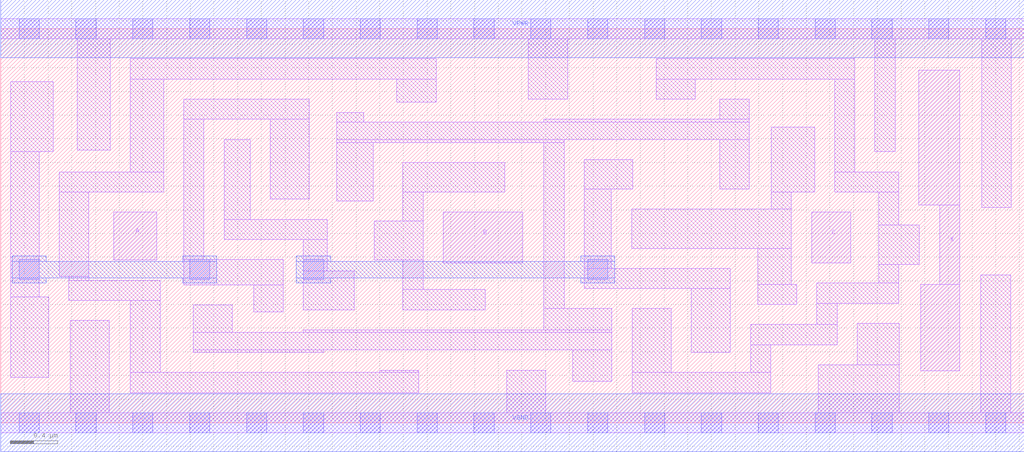
<source format=lef>
# Copyright 2020 The SkyWater PDK Authors
#
# Licensed under the Apache License, Version 2.0 (the "License");
# you may not use this file except in compliance with the License.
# You may obtain a copy of the License at
#
#     https://www.apache.org/licenses/LICENSE-2.0
#
# Unless required by applicable law or agreed to in writing, software
# distributed under the License is distributed on an "AS IS" BASIS,
# WITHOUT WARRANTIES OR CONDITIONS OF ANY KIND, either express or implied.
# See the License for the specific language governing permissions and
# limitations under the License.
#
# SPDX-License-Identifier: Apache-2.0

VERSION 5.7 ;
  NOWIREEXTENSIONATPIN ON ;
  DIVIDERCHAR "/" ;
  BUSBITCHARS "[]" ;
UNITS
  DATABASE MICRONS 200 ;
END UNITS
MACRO sky130_fd_sc_ms__xnor3_2
  CLASS CORE ;
  FOREIGN sky130_fd_sc_ms__xnor3_2 ;
  ORIGIN  0.000000  0.000000 ;
  SIZE  8.640000 BY  3.330000 ;
  SYMMETRY X Y ;
  SITE unit ;
  PIN A
    ANTENNAGATEAREA  0.276000 ;
    DIRECTION INPUT ;
    USE SIGNAL ;
    PORT
      LAYER li1 ;
        RECT 0.955000 1.375000 1.315000 1.780000 ;
    END
  END A
  PIN B
    ANTENNAGATEAREA  0.771000 ;
    DIRECTION INPUT ;
    USE SIGNAL ;
    PORT
      LAYER li1 ;
        RECT 3.735000 1.350000 4.405000 1.780000 ;
    END
  END B
  PIN C
    ANTENNAGATEAREA  0.425400 ;
    DIRECTION INPUT ;
    USE SIGNAL ;
    PORT
      LAYER li1 ;
        RECT 6.845000 1.350000 7.175000 1.780000 ;
    END
  END C
  PIN X
    ANTENNADIFFAREA  0.509600 ;
    DIRECTION OUTPUT ;
    USE SIGNAL ;
    PORT
      LAYER li1 ;
        RECT 7.750000 1.840000 8.095000 2.980000 ;
        RECT 7.765000 0.440000 8.095000 1.170000 ;
        RECT 7.925000 1.170000 8.095000 1.840000 ;
    END
  END X
  PIN VGND
    DIRECTION INOUT ;
    USE GROUND ;
    PORT
      LAYER met1 ;
        RECT 0.000000 -0.245000 8.640000 0.245000 ;
    END
  END VGND
  PIN VPWR
    DIRECTION INOUT ;
    USE POWER ;
    PORT
      LAYER met1 ;
        RECT 0.000000 3.085000 8.640000 3.575000 ;
    END
  END VPWR
  OBS
    LAYER li1 ;
      RECT 0.000000 -0.085000 8.640000 0.085000 ;
      RECT 0.000000  3.245000 8.640000 3.415000 ;
      RECT 0.085000  0.385000 0.405000 1.065000 ;
      RECT 0.085000  1.065000 0.325000 2.290000 ;
      RECT 0.085000  2.290000 0.445000 2.885000 ;
      RECT 0.495000  1.235000 0.745000 1.950000 ;
      RECT 0.495000  1.950000 1.375000 2.120000 ;
      RECT 0.575000  1.035000 1.345000 1.205000 ;
      RECT 0.575000  1.205000 0.745000 1.235000 ;
      RECT 0.585000  0.085000 0.915000 0.865000 ;
      RECT 0.645000  2.305000 0.925000 3.245000 ;
      RECT 1.095000  0.255000 3.530000 0.425000 ;
      RECT 1.095000  0.425000 1.345000 1.035000 ;
      RECT 1.095000  2.120000 1.375000 2.905000 ;
      RECT 1.095000  2.905000 3.675000 3.075000 ;
      RECT 1.545000  1.165000 2.385000 1.380000 ;
      RECT 1.545000  1.380000 1.715000 2.565000 ;
      RECT 1.545000  2.565000 2.605000 2.735000 ;
      RECT 1.625000  0.595000 2.725000 0.615000 ;
      RECT 1.625000  0.615000 5.160000 0.765000 ;
      RECT 1.625000  0.765000 1.955000 0.995000 ;
      RECT 1.885000  1.550000 2.755000 1.720000 ;
      RECT 1.885000  1.720000 2.105000 2.395000 ;
      RECT 2.135000  0.935000 2.385000 1.165000 ;
      RECT 2.275000  1.890000 2.605000 2.565000 ;
      RECT 2.555000  0.765000 5.160000 0.785000 ;
      RECT 2.555000  0.955000 2.985000 1.285000 ;
      RECT 2.555000  1.285000 2.755000 1.550000 ;
      RECT 2.835000  1.875000 3.145000 2.370000 ;
      RECT 2.835000  2.370000 4.755000 2.395000 ;
      RECT 2.835000  2.395000 6.320000 2.540000 ;
      RECT 2.835000  2.540000 3.065000 2.620000 ;
      RECT 3.155000  1.375000 3.565000 1.705000 ;
      RECT 3.200000  0.425000 3.530000 0.445000 ;
      RECT 3.345000  2.710000 3.675000 2.905000 ;
      RECT 3.395000  0.955000 4.090000 1.125000 ;
      RECT 3.395000  1.125000 3.565000 1.375000 ;
      RECT 3.395000  1.705000 3.565000 1.950000 ;
      RECT 3.395000  1.950000 4.255000 2.200000 ;
      RECT 4.270000  0.085000 4.600000 0.445000 ;
      RECT 4.455000  2.735000 4.785000 3.245000 ;
      RECT 4.585000  0.785000 5.160000 0.965000 ;
      RECT 4.585000  0.965000 4.755000 2.370000 ;
      RECT 4.585000  2.540000 6.320000 2.565000 ;
      RECT 4.830000  0.350000 5.160000 0.615000 ;
      RECT 4.925000  1.135000 6.160000 1.305000 ;
      RECT 4.925000  1.305000 5.155000 1.975000 ;
      RECT 4.925000  1.975000 5.335000 2.225000 ;
      RECT 5.325000  1.475000 6.675000 1.805000 ;
      RECT 5.330000  0.255000 6.500000 0.425000 ;
      RECT 5.330000  0.425000 5.660000 0.965000 ;
      RECT 5.535000  2.735000 5.865000 2.905000 ;
      RECT 5.535000  2.905000 7.210000 3.075000 ;
      RECT 5.830000  0.595000 6.160000 1.135000 ;
      RECT 6.070000  1.975000 6.320000 2.395000 ;
      RECT 6.070000  2.565000 6.320000 2.735000 ;
      RECT 6.330000  0.425000 6.500000 0.660000 ;
      RECT 6.330000  0.660000 7.060000 0.830000 ;
      RECT 6.390000  1.000000 6.720000 1.170000 ;
      RECT 6.390000  1.170000 6.675000 1.475000 ;
      RECT 6.505000  1.805000 6.675000 1.950000 ;
      RECT 6.505000  1.950000 6.870000 2.500000 ;
      RECT 6.890000  0.830000 7.060000 1.010000 ;
      RECT 6.890000  1.010000 7.580000 1.180000 ;
      RECT 6.900000  0.085000 7.585000 0.490000 ;
      RECT 7.040000  1.950000 7.580000 2.120000 ;
      RECT 7.040000  2.120000 7.210000 2.905000 ;
      RECT 7.230000  0.490000 7.585000 0.840000 ;
      RECT 7.380000  2.290000 7.550000 3.245000 ;
      RECT 7.410000  1.180000 7.580000 1.340000 ;
      RECT 7.410000  1.340000 7.755000 1.670000 ;
      RECT 7.410000  1.670000 7.580000 1.950000 ;
      RECT 8.275000  0.085000 8.525000 1.250000 ;
      RECT 8.280000  1.820000 8.530000 3.245000 ;
    LAYER mcon ;
      RECT 0.155000 -0.085000 0.325000 0.085000 ;
      RECT 0.155000  1.210000 0.325000 1.380000 ;
      RECT 0.155000  3.245000 0.325000 3.415000 ;
      RECT 0.635000 -0.085000 0.805000 0.085000 ;
      RECT 0.635000  3.245000 0.805000 3.415000 ;
      RECT 1.115000 -0.085000 1.285000 0.085000 ;
      RECT 1.115000  3.245000 1.285000 3.415000 ;
      RECT 1.595000 -0.085000 1.765000 0.085000 ;
      RECT 1.595000  1.210000 1.765000 1.380000 ;
      RECT 1.595000  3.245000 1.765000 3.415000 ;
      RECT 2.075000 -0.085000 2.245000 0.085000 ;
      RECT 2.075000  3.245000 2.245000 3.415000 ;
      RECT 2.555000 -0.085000 2.725000 0.085000 ;
      RECT 2.555000  1.210000 2.725000 1.380000 ;
      RECT 2.555000  3.245000 2.725000 3.415000 ;
      RECT 3.035000 -0.085000 3.205000 0.085000 ;
      RECT 3.035000  3.245000 3.205000 3.415000 ;
      RECT 3.515000 -0.085000 3.685000 0.085000 ;
      RECT 3.515000  3.245000 3.685000 3.415000 ;
      RECT 3.995000 -0.085000 4.165000 0.085000 ;
      RECT 3.995000  3.245000 4.165000 3.415000 ;
      RECT 4.475000 -0.085000 4.645000 0.085000 ;
      RECT 4.475000  3.245000 4.645000 3.415000 ;
      RECT 4.955000 -0.085000 5.125000 0.085000 ;
      RECT 4.955000  1.210000 5.125000 1.380000 ;
      RECT 4.955000  3.245000 5.125000 3.415000 ;
      RECT 5.435000 -0.085000 5.605000 0.085000 ;
      RECT 5.435000  3.245000 5.605000 3.415000 ;
      RECT 5.915000 -0.085000 6.085000 0.085000 ;
      RECT 5.915000  3.245000 6.085000 3.415000 ;
      RECT 6.395000 -0.085000 6.565000 0.085000 ;
      RECT 6.395000  3.245000 6.565000 3.415000 ;
      RECT 6.875000 -0.085000 7.045000 0.085000 ;
      RECT 6.875000  3.245000 7.045000 3.415000 ;
      RECT 7.355000 -0.085000 7.525000 0.085000 ;
      RECT 7.355000  3.245000 7.525000 3.415000 ;
      RECT 7.835000 -0.085000 8.005000 0.085000 ;
      RECT 7.835000  3.245000 8.005000 3.415000 ;
      RECT 8.315000 -0.085000 8.485000 0.085000 ;
      RECT 8.315000  3.245000 8.485000 3.415000 ;
    LAYER met1 ;
      RECT 0.095000 1.180000 0.385000 1.225000 ;
      RECT 0.095000 1.225000 1.825000 1.365000 ;
      RECT 0.095000 1.365000 0.385000 1.410000 ;
      RECT 1.535000 1.180000 1.825000 1.225000 ;
      RECT 1.535000 1.365000 1.825000 1.410000 ;
      RECT 2.495000 1.180000 2.785000 1.225000 ;
      RECT 2.495000 1.225000 5.185000 1.365000 ;
      RECT 2.495000 1.365000 2.785000 1.410000 ;
      RECT 4.895000 1.180000 5.185000 1.225000 ;
      RECT 4.895000 1.365000 5.185000 1.410000 ;
  END
END sky130_fd_sc_ms__xnor3_2
END LIBRARY

</source>
